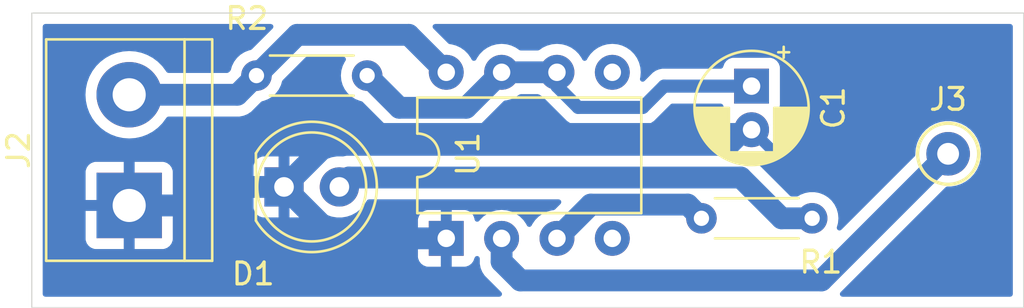
<source format=kicad_pcb>
(kicad_pcb (version 20240108) (generator "pcbnew") (generator_version "8.0")
  (layers (0 "F.Cu" signal) (31 "B.Cu" signal) (34 "B.Paste" user) (35 "F.Paste" user) (36 "B.SilkS" user "B.Silkscreen") (37 "F.SilkS" user "F.Silkscreen") (38 "B.Mask" user) (39 "F.Mask" user) (44 "Edge.Cuts" user))
  (net 0 "")
  (net 1 "Net-(U1-DIS)")
  (net 2 "GND")
  (net 3 "Net-(D1-A)")
  (net 4 "VCC")
  (net 5 "Net-(J3-Pin_1)")
  (net 6 "Net-(U1-Q)")
  (footprint "TerminalBlock:TerminalBlock_bornier-2_P5.08mm" (layer "F.Cu") (at 119.26 98.47 90)
    (property "Reference" "J2" (at 2.54 -5.08 90) (layer "F.SilkS"))
    (property "Value" "Vin")
    (fp_line (start 7.62 -3.81) (end -2.54 -3.81) (stroke (width 0.12)) (layer "F.SilkS"))
    (fp_line (start -2.54 -3.81) (end -2.54 3.81) (stroke (width 0.12)) (layer "F.SilkS"))
    (fp_line (start 7.62 2.54) (end -2.54 2.54) (stroke (width 0.12)) (layer "F.SilkS"))
    (fp_line (start 7.62 3.81) (end 7.62 -3.81) (stroke (width 0.12)) (layer "F.SilkS"))
    (fp_line (start -2.54 3.81) (end 7.62 3.81) (stroke (width 0.12)) (layer "F.SilkS"))
    (pad "1" thru_hole rect (at 0 0 90) (size 3 3) (drill 1.52) (layers "*.Cu" "*.Mask") (net 2 "GND"))
    (pad "2" thru_hole circle (at 5.08 0 90) (size 3 3) (drill 1.52) (layers "*.Cu" "*.Mask") (net 4 "VCC"))
  )
  (footprint "Resistor_THT:R_Axial_DIN0204_L3.6mm_D1.6mm_P5.08mm_Horizontal" (layer "F.Cu") (at 125.1 92.51)
    (property "Reference" "R2" (at -0.44 -2.62 0) (layer "F.SilkS"))
    (property "Value" "10k")
    (fp_line (start 0.62 -0.92) (end 4.46 -0.92) (stroke (width 0.12)) (layer "F.SilkS"))
    (fp_line (start 0.62 0.92) (end 4.46 0.92) (stroke (width 0.12)) (layer "F.SilkS"))
    (pad "1" thru_hole circle (at 0 0) (size 1.4 1.4) (drill 0.7) (layers "*.Cu" "*.Mask") (net 4 "VCC"))
    (pad "2" thru_hole oval (at 5.08 0) (size 1.4 1.4) (drill 0.7) (layers "*.Cu" "*.Mask") (net 1 "Net-(U1-DIS)"))
  )
  (footprint "Capacitor_THT:CP_Radial_D5.0mm_P2.00mm" (layer "F.Cu") (at 147.82 92.9949 -90)
    (property "Reference" "C1" (at 1 -3.75 90) (layer "F.SilkS"))
    (property "Value" "4.7u")
    (fp_line (start 1 1.04) (end 1 2.58) (stroke (width 0.12)) (layer "F.SilkS"))
    (fp_line (start 1.04 1.04) (end 1.04 2.58) (stroke (width 0.12)) (layer "F.SilkS"))
    (fp_line (start 1.08 1.04) (end 1.08 2.579) (stroke (width 0.12)) (layer "F.SilkS"))
    (fp_line (start 1.12 1.04) (end 1.12 2.578) (stroke (width 0.12)) (layer "F.SilkS"))
    (fp_line (start 1.16 1.04) (end 1.16 2.576) (stroke (width 0.12)) (layer "F.SilkS"))
    (fp_line (start 1.2 1.04) (end 1.2 2.573) (stroke (width 0.12)) (layer "F.SilkS"))
    (fp_line (start 1.24 1.04) (end 1.24 2.569) (stroke (width 0.12)) (layer "F.SilkS"))
    (fp_line (start 1.28 1.04) (end 1.28 2.565) (stroke (width 0.12)) (layer "F.SilkS"))
    (fp_line (start 1.32 1.04) (end 1.32 2.561) (stroke (width 0.12)) (layer "F.SilkS"))
    (fp_line (start 1.36 1.04) (end 1.36 2.556) (stroke (width 0.12)) (layer "F.SilkS"))
    (fp_line (start 1.4 1.04) (end 1.4 2.55) (stroke (width 0.12)) (layer "F.SilkS"))
    (fp_line (start 1.44 1.04) (end 1.44 2.543) (stroke (width 0.12)) (layer "F.SilkS"))
    (fp_line (start 1.48 1.04) (end 1.48 2.536) (stroke (width 0.12)) (layer "F.SilkS"))
    (fp_line (start 1.52 1.04) (end 1.52 2.528) (stroke (width 0.12)) (layer "F.SilkS"))
    (fp_line (start 1.56 1.04) (end 1.56 2.52) (stroke (width 0.12)) (layer "F.SilkS"))
    (fp_line (start 1.6 1.04) (end 1.6 2.511) (stroke (width 0.12)) (layer "F.SilkS"))
    (fp_line (start 1.64 1.04) (end 1.64 2.501) (stroke (width 0.12)) (layer "F.SilkS"))
    (fp_line (start 1.68 1.04) (end 1.68 2.491) (stroke (width 0.12)) (layer "F.SilkS"))
    (fp_line (start 1.721 1.04) (end 1.721 2.48) (stroke (width 0.12)) (layer "F.SilkS"))
    (fp_line (start 1.761 1.04) (end 1.761 2.468) (stroke (width 0.12)) (layer "F.SilkS"))
    (fp_line (start 1.801 1.04) (end 1.801 2.455) (stroke (width 0.12)) (layer "F.SilkS"))
    (fp_line (start 1.841 1.04) (end 1.841 2.442) (stroke (width 0.12)) (layer "F.SilkS"))
    (fp_line (start 1.881 1.04) (end 1.881 2.428) (stroke (width 0.12)) (layer "F.SilkS"))
    (fp_line (start 1.921 1.04) (end 1.921 2.414) (stroke (width 0.12)) (layer "F.SilkS"))
    (fp_line (start 1.961 1.04) (end 1.961 2.398) (stroke (width 0.12)) (layer "F.SilkS"))
    (fp_line (start 2.001 1.04) (end 2.001 2.382) (stroke (width 0.12)) (layer "F.SilkS"))
    (fp_line (start 2.041 1.04) (end 2.041 2.365) (stroke (width 0.12)) (layer "F.SilkS"))
    (fp_line (start 2.081 1.04) (end 2.081 2.348) (stroke (width 0.12)) (layer "F.SilkS"))
    (fp_line (start 2.121 1.04) (end 2.121 2.329) (stroke (width 0.12)) (layer "F.SilkS"))
    (fp_line (start 2.161 1.04) (end 2.161 2.31) (stroke (width 0.12)) (layer "F.SilkS"))
    (fp_line (start 2.201 1.04) (end 2.201 2.29) (stroke (width 0.12)) (layer "F.SilkS"))
    (fp_line (start 2.241 1.04) (end 2.241 2.268) (stroke (width 0.12)) (layer "F.SilkS"))
    (fp_line (start 2.281 1.04) (end 2.281 2.247) (stroke (width 0.12)) (layer "F.SilkS"))
    (fp_line (start 2.321 1.04) (end 2.321 2.224) (stroke (width 0.12)) (layer "F.SilkS"))
    (fp_line (start 2.361 1.04) (end 2.361 2.2) (stroke (width 0.12)) (layer "F.SilkS"))
    (fp_line (start 2.401 1.04) (end 2.401 2.175) (stroke (width 0.12)) (layer "F.SilkS"))
    (fp_line (start 2.441 1.04) (end 2.441 2.149) (stroke (width 0.12)) (layer "F.SilkS"))
    (fp_line (start 2.481 1.04) (end 2.481 2.122) (stroke (width 0.12)) (layer "F.SilkS"))
    (fp_line (start 2.521 1.04) (end 2.521 2.095) (stroke (width 0.12)) (layer "F.SilkS"))
    (fp_line (start 2.561 1.04) (end 2.561 2.065) (stroke (width 0.12)) (layer "F.SilkS"))
    (fp_line (start 2.601 1.04) (end 2.601 2.035) (stroke (width 0.12)) (layer "F.SilkS"))
    (fp_line (start 2.641 1.04) (end 2.641 2.004) (stroke (width 0.12)) (layer "F.SilkS"))
    (fp_line (start 2.681 1.04) (end 2.681 1.971) (stroke (width 0.12)) (layer "F.SilkS"))
    (fp_line (start 2.721 1.04) (end 2.721 1.937) (stroke (width 0.12)) (layer "F.SilkS"))
    (fp_line (start 2.761 1.04) (end 2.761 1.901) (stroke (width 0.12)) (layer "F.SilkS"))
    (fp_line (start 2.801 1.04) (end 2.801 1.864) (stroke (width 0.12)) (layer "F.SilkS"))
    (fp_line (start 2.841 1.04) (end 2.841 1.826) (stroke (width 0.12)) (layer "F.SilkS"))
    (fp_line (start 2.881 1.04) (end 2.881 1.785) (stroke (width 0.12)) (layer "F.SilkS"))
    (fp_line (start 2.921 1.04) (end 2.921 1.743) (stroke (width 0.12)) (layer "F.SilkS"))
    (fp_line (start 2.961 1.04) (end 2.961 1.699) (stroke (width 0.12)) (layer "F.SilkS"))
    (fp_line (start 3.001 1.04) (end 3.001 1.653) (stroke (width 0.12)) (layer "F.SilkS"))
    (fp_line (start 3.601 -0.284) (end 3.601 0.284) (stroke (width 0.12)) (layer "F.SilkS"))
    (fp_line (start 3.561 -0.518) (end 3.561 0.518) (stroke (width 0.12)) (layer "F.SilkS"))
    (fp_line (start 3.521 -0.677) (end 3.521 0.677) (stroke (width 0.12)) (layer "F.SilkS"))
    (fp_line (start 3.481 -0.805) (end 3.481 0.805) (stroke (width 0.12)) (layer "F.SilkS"))
    (fp_line (start 3.441 -0.915) (end 3.441 0.915) (stroke (width 0.12)) (layer "F.SilkS"))
    (fp_line (start 3.401 -1.011) (end 3.401 1.011) (stroke (width 0.12)) (layer "F.SilkS"))
    (fp_line (start 3.361 -1.098) (end 3.361 1.098) (stroke (width 0.12)) (layer "F.SilkS"))
    (fp_line (start 3.321 -1.178) (end 3.321 1.178) (stroke (width 0.12)) (layer "F.SilkS"))
    (fp_line (start 3.281 -1.251) (end 3.281 1.251) (stroke (width 0.12)) (layer "F.SilkS"))
    (fp_line (start 3.241 -1.319) (end 3.241 1.319) (stroke (width 0.12)) (layer "F.SilkS"))
    (fp_line (start 3.201 -1.383) (end 3.201 1.383) (stroke (width 0.12)) (layer "F.SilkS"))
    (fp_line (start 3.161 -1.443) (end 3.161 1.443) (stroke (width 0.12)) (layer "F.SilkS"))
    (fp_line (start -1.804775 -1.475) (end -1.304775 -1.475) (stroke (width 0.12)) (layer "F.SilkS"))
    (fp_line (start 3.121 -1.5) (end 3.121 1.5) (stroke (width 0.12)) (layer "F.SilkS"))
    (fp_line (start 3.081 -1.554) (end 3.081 1.554) (stroke (width 0.12)) (layer "F.SilkS"))
    (fp_line (start 3.041 -1.605) (end 3.041 1.605) (stroke (width 0.12)) (layer "F.SilkS"))
    (fp_line (start 3.001 -1.653) (end 3.001 -1.04) (stroke (width 0.12)) (layer "F.SilkS"))
    (fp_line (start 2.961 -1.699) (end 2.961 -1.04) (stroke (width 0.12)) (layer "F.SilkS"))
    (fp_line (start -1.554775 -1.725) (end -1.554775 -1.225) (stroke (width 0.12)) (layer "F.SilkS"))
    (fp_line (start 2.921 -1.743) (end 2.921 -1.04) (stroke (width 0.12)) (layer "F.SilkS"))
    (fp_line (start 2.881 -1.785) (end 2.881 -1.04) (stroke (width 0.12)) (layer "F.SilkS"))
    (fp_line (start 2.841 -1.826) (end 2.841 -1.04) (stroke (width 0.12)) (layer "F.SilkS"))
    (fp_line (start 2.801 -1.864) (end 2.801 -1.04) (stroke (width 0.12)) (layer "F.SilkS"))
    (fp_line (start 2.761 -1.901) (end 2.761 -1.04) (stroke (width 0.12)) (layer "F.SilkS"))
    (fp_line (start 2.721 -1.937) (end 2.721 -1.04) (stroke (width 0.12)) (layer "F.SilkS"))
    (fp_line (start 2.681 -1.971) (end 2.681 -1.04) (stroke (width 0.12)) (layer "F.SilkS"))
    (fp_line (start 2.641 -2.004) (end 2.641 -1.04) (stroke (width 0.12)) (layer "F.SilkS"))
    (fp_line (start 2.601 -2.035) (end 2.601 -1.04) (stroke (width 0.12)) (layer "F.SilkS"))
    (fp_line (start 2.561 -2.065) (end 2.561 -1.04) (stroke (width 0.12)) (layer "F.SilkS"))
    (fp_line (start 2.521 -2.095) (end 2.521 -1.04) (stroke (width 0.12)) (layer "F.SilkS"))
    (fp_line (start 2.481 -2.122) (end 2.481 -1.04) (stroke (width 0.12)) (layer "F.SilkS"))
    (fp_line (start 2.441 -2.149) (end 2.441 -1.04) (stroke (width 0.12)) (layer "F.SilkS"))
    (fp_line (start 2.401 -2.175) (end 2.401 -1.04) (stroke (width 0.12)) (layer "F.SilkS"))
    (fp_line (start 2.361 -2.2) (end 2.361 -1.04) (stroke (width 0.12)) (layer "F.SilkS"))
    (fp_line (start 2.321 -2.224) (end 2.321 -1.04) (stroke (width 0.12)) (layer "F.SilkS"))
    (fp_line (start 2.281 -2.247) (end 2.281 -1.04) (stroke (width 0.12)) (layer "F.SilkS"))
    (fp_line (start 2.241 -2.268) (end 2.241 -1.04) (stroke (width 0.12)) (layer "F.SilkS"))
    (fp_line (start 2.201 -2.29) (end 2.201 -1.04) (stroke (width 0.12)) (layer "F.SilkS"))
    (fp_line (start 2.161 -2.31) (end 2.161 -1.04) (stroke (width 0.12)) (layer "F.SilkS"))
    (fp_line (start 2.121 -2.329) (end 2.121 -1.04) (stroke (width 0.12)) (layer "F.SilkS"))
    (fp_line (start 2.081 -2.348) (end 2.081 -1.04) (stroke (width 0.12)) (layer "F.SilkS"))
    (fp_line (start 2.041 -2.365) (end 2.041 -1.04) (stroke (width 0.12)) (layer "F.SilkS"))
    (fp_line (start 2.001 -2.382) (end 2.001 -1.04) (stroke (width 0.12)) (layer "F.SilkS"))
    (fp_line (start 1.961 -2.398) (end 1.961 -1.04) (stroke (width 0.12)) (layer "F.SilkS"))
    (fp_line (start 1.921 -2.414) (end 1.921 -1.04) (stroke (width 0.12)) (layer "F.SilkS"))
    (fp_line (start 1.881 -2.428) (end 1.881 -1.04) (stroke (width 0.12)) (layer "F.SilkS"))
    (fp_line (start 1.841 -2.442) (end 1.841 -1.04) (stroke (width 0.12)) (layer "F.SilkS"))
    (fp_line (start 1.801 -2.455) (end 1.801 -1.04) (stroke (width 0.12)) (layer "F.SilkS"))
    (fp_line (start 1.761 -2.468) (end 1.761 -1.04) (stroke (width 0.12)) (layer "F.SilkS"))
    (fp_line (start 1.721 -2.48) (end 1.721 -1.04) (stroke (width 0.12)) (layer "F.SilkS"))
    (fp_line (start 1.68 -2.491) (end 1.68 -1.04) (stroke (width 0.12)) (layer "F.SilkS"))
    (fp_line (start 1.64 -2.501) (end 1.64 -1.04) (stroke (width 0.12)) (layer "F.SilkS"))
    (fp_line (start 1.6 -2.511) (end 1.6 -1.04) (stroke (width 0.12)) (layer "F.SilkS"))
    (fp_line (start 1.56 -2.52) (end 1.56 -1.04) (stroke (width 0.12)) (layer "F.SilkS"))
    (fp_line (start 1.52 -2.528) (end 1.52 -1.04) (stroke (width 0.12)) (layer "F.SilkS"))
    (fp_line (start 1.48 -2.536) (end 1.48 -1.04) (stroke (width 0.12)) (layer "F.SilkS"))
    (fp_line (start 1.44 -2.543) (end 1.44 -1.04) (stroke (width 0.12)) (layer "F.SilkS"))
    (fp_line (start 1.4 -2.55) (end 1.4 -1.04) (stroke (width 0.12)) (layer "F.SilkS"))
    (fp_line (start 1.36 -2.556) (end 1.36 -1.04) (stroke (width 0.12)) (layer "F.SilkS"))
    (fp_line (start 1.32 -2.561) (end 1.32 -1.04) (stroke (width 0.12)) (layer "F.SilkS"))
    (fp_line (start 1.28 -2.565) (end 1.28 -1.04) (stroke (width 0.12)) (layer "F.SilkS"))
    (fp_line (start 1.24 -2.569) (end 1.24 -1.04) (stroke (width 0.12)) (layer "F.SilkS"))
    (fp_line (start 1.2 -2.573) (end 1.2 -1.04) (stroke (width 0.12)) (layer "F.SilkS"))
    (fp_line (start 1.16 -2.576) (end 1.16 -1.04) (stroke (width 0.12)) (layer "F.SilkS"))
    (fp_line (start 1.12 -2.578) (end 1.12 -1.04) (stroke (width 0.12)) (layer "F.SilkS"))
    (fp_line (start 1.08 -2.579) (end 1.08 -1.04) (stroke (width 0.12)) (layer "F.SilkS"))
    (fp_line (start 1 -2.58) (end 1 -1.04) (stroke (width 0.12)) (layer "F.SilkS"))
    (fp_line (start 1.04 -2.58) (end 1.04 -1.04) (stroke (width 0.12)) (layer "F.SilkS"))
    (fp_circle (center 1 0) (end 3.62 0) (stroke (width 0.12)) (fill none) (layer "F.SilkS"))
    (pad "1" thru_hole rect (at 0 0 270) (size 1.6 1.6) (drill 0.8) (layers "*.Cu" "*.Mask") (net 1 "Net-(U1-DIS)"))
    (pad "2" thru_hole circle (at 2 0 270) (size 1.6 1.6) (drill 0.8) (layers "*.Cu" "*.Mask") (net 2 "GND"))
  )
  (footprint "Package_DIP:DIP-8_W7.62mm" (layer "F.Cu") (at 133.81 99.98 90)
    (property "Reference" "U1" (at 3.87 1 90) (layer "F.SilkS"))
    (property "Value" "NE555P")
    (fp_line (start 6.46 -1.33) (end 4.81 -1.33) (stroke (width 0.12)) (layer "F.SilkS"))
    (fp_line (start 2.81 -1.33) (end 1.16 -1.33) (stroke (width 0.12)) (layer "F.SilkS"))
    (fp_line (start 1.16 -1.33) (end 1.16 8.95) (stroke (width 0.12)) (layer "F.SilkS"))
    (fp_line (start 6.46 8.95) (end 6.46 -1.33) (stroke (width 0.12)) (layer "F.SilkS"))
    (fp_line (start 1.16 8.95) (end 6.46 8.95) (stroke (width 0.12)) (layer "F.SilkS"))
    (fp_arc (start 4.81 -1.33) (mid 3.81 -0.33) (end 2.81 -1.33) (stroke (width 0.12)) (layer "F.SilkS"))
    (pad "1" thru_hole rect (at 0 0 90) (size 1.6 1.6) (drill 0.8) (layers "*.Cu" "*.Mask") (net 2 "GND"))
    (pad "2" thru_hole oval (at 0 2.54 90) (size 1.6 1.6) (drill 0.8) (layers "*.Cu" "*.Mask") (net 5 "Net-(J3-Pin_1)"))
    (pad "3" thru_hole oval (at 0 5.08 90) (size 1.6 1.6) (drill 0.8) (layers "*.Cu" "*.Mask") (net 6 "Net-(U1-Q)"))
    (pad "4" thru_hole oval (at 0 7.62 90) (size 1.6 1.6) (drill 0.8) (layers "*.Cu" "*.Mask"))
    (pad "5" thru_hole oval (at 7.62 7.62 90) (size 1.6 1.6) (drill 0.8) (layers "*.Cu" "*.Mask"))
    (pad "6" thru_hole oval (at 7.62 5.08 90) (size 1.6 1.6) (drill 0.8) (layers "*.Cu" "*.Mask") (net 1 "Net-(U1-DIS)"))
    (pad "7" thru_hole oval (at 7.62 2.54 90) (size 1.6 1.6) (drill 0.8) (layers "*.Cu" "*.Mask") (net 1 "Net-(U1-DIS)"))
    (pad "8" thru_hole oval (at 7.62 0 90) (size 1.6 1.6) (drill 0.8) (layers "*.Cu" "*.Mask") (net 4 "VCC"))
  )
  (footprint "Resistor_THT:R_Axial_DIN0204_L3.6mm_D1.6mm_P5.08mm_Horizontal" (layer "F.Cu") (at 145.52 99.06)
    (property "Reference" "R1" (at 5.48 2.01 0) (layer "F.SilkS"))
    (property "Value" "220")
    (fp_line (start 0.62 -0.92) (end 4.46 -0.92) (stroke (width 0.12)) (layer "F.SilkS"))
    (fp_line (start 0.62 0.92) (end 4.46 0.92) (stroke (width 0.12)) (layer "F.SilkS"))
    (pad "1" thru_hole circle (at 0 0) (size 1.4 1.4) (drill 0.7) (layers "*.Cu" "*.Mask") (net 6 "Net-(U1-Q)"))
    (pad "2" thru_hole oval (at 5.08 0) (size 1.4 1.4) (drill 0.7) (layers "*.Cu" "*.Mask") (net 3 "Net-(D1-A)"))
  )
  (footprint "TestPoint:TestPoint_Keystone_5000-5004_Miniature" (layer "F.Cu") (at 156.84 96.1)
    (property "Reference" "J3" (at 0 -2.5 0) (layer "F.SilkS"))
    (property "Value" "Antenna")
    (fp_circle (center 0 0) (end 1.4 0) (stroke (width 0.15)) (fill none) (layer "F.SilkS"))
    (pad "1" thru_hole circle (at 0 0) (size 2 2) (drill 1) (layers "*.Cu" "*.Mask") (net 5 "Net-(J3-Pin_1)"))
  )
  (footprint "LED_THT:LED_D5.0mm" (layer "F.Cu") (at 126.365 97.62)
    (property "Reference" "D1" (at -1.415 3.99 0) (layer "F.SilkS"))
    (property "Value" "LED")
    (fp_line (start -1.29 -1.545) (end -1.29 1.545) (stroke (width 0.12)) (layer "F.SilkS"))
    (fp_arc (start -1.29 -1.54483) (mid 2.071756 -2.880501) (end 4.26 -0.000048) (stroke (width 0.12)) (layer "F.SilkS"))
    (fp_arc (start 4.26 0.000048) (mid 2.071756 2.880501) (end -1.29 1.54483) (stroke (width 0.12)) (layer "F.SilkS"))
    (fp_circle (center 1.27 0) (end 3.77 0) (stroke (width 0.12)) (fill none) (layer "F.SilkS"))
    (pad "1" thru_hole rect (at 0 0) (size 1.8 1.8) (drill 0.9) (layers "*.Cu" "*.Mask") (net 2 "GND"))
    (pad "2" thru_hole circle (at 2.54 0) (size 1.8 1.8) (drill 0.9) (layers "*.Cu" "*.Mask") (net 3 "Net-(D1-A)"))
  )
  (gr_rect (start 114.79 89.64) (end 160.31 103.16) (stroke (width 0.05)) (fill none) (layer "Edge.Cuts"))
  (segment (start 147.82 92.9949) (end 143.8051 92.9949) (width 0.6) (layer "B.Cu") (net 1))
  (segment (start 134.7222 93.9878) (end 131.6578 93.9878) (width 1) (layer "B.Cu") (net 1))
  (segment (start 131.6578 93.9878) (end 130.18 92.51) (width 1) (layer "B.Cu") (net 1))
  (segment (start 142.83 93.97) (end 139.86 93.97) (width 0.6) (layer "B.Cu") (net 1))
  (segment (start 138.89 93) (end 138.89 92.36) (width 0.6) (layer "B.Cu") (net 1))
  (segment (start 136.35 92.36) (end 138.89 92.36) (width 1) (layer "B.Cu") (net 1))
  (segment (start 139.86 93.97) (end 138.89 93) (width 0.6) (layer "B.Cu") (net 1))
  (segment (start 136.35 92.36) (end 134.7222 93.9878) (width 1) (layer "B.Cu") (net 1))
  (segment (start 143.8051 92.9949) (end 142.83 93.97) (width 0.6) (layer "B.Cu") (net 1))
  (segment (start 119.26 98.47) (end 121.4617 98.47) (width 1) (layer "B.Cu") (net 2))
  (segment (start 126.365 97.62) (end 124.7633 97.62) (width 1) (layer "B.Cu") (net 2))
  (segment (start 128.7972 95.1878) (end 126.365 97.62) (width 1) (layer "B.Cu") (net 2))
  (segment (start 121.4617 98.47) (end 123.9133 98.47) (width 1) (layer "B.Cu") (net 2))
  (segment (start 147.6271 95.1878) (end 128.7972 95.1878) (width 1) (layer "B.Cu") (net 2))
  (segment (start 123.9133 98.47) (end 124.7633 97.62) (width 1) (layer "B.Cu") (net 2))
  (segment (start 128.725 99.98) (end 133.81 99.98) (width 1) (layer "B.Cu") (net 2))
  (segment (start 147.82 94.9949) (end 147.6271 95.1878) (width 1) (layer "B.Cu") (net 2))
  (segment (start 126.365 97.62) (end 128.725 99.98) (width 1) (layer "B.Cu") (net 2))
  (segment (start 147.3271 97.1888) (end 149.1983 99.06) (width 1) (layer "B.Cu") (net 3))
  (segment (start 129.3362 97.1888) (end 147.3271 97.1888) (width 1) (layer "B.Cu") (net 3))
  (segment (start 128.905 97.62) (end 129.3362 97.1888) (width 1) (layer "B.Cu") (net 3))
  (segment (start 150.6 99.06) (end 149.1983 99.06) (width 1) (layer "B.Cu") (net 3))
  (segment (start 126.97 90.64) (end 132.09 90.64) (width 1) (layer "B.Cu") (net 4))
  (segment (start 125.1 92.51) (end 126.97 90.64) (width 1) (layer "B.Cu") (net 4))
  (segment (start 132.09 90.64) (end 133.81 92.36) (width 1) (layer "B.Cu") (net 4))
  (segment (start 119.26 93.39) (end 124.22 93.39) (width 1) (layer "B.Cu") (net 4))
  (segment (start 124.22 93.39) (end 125.1 92.51) (width 1) (layer "B.Cu") (net 4))
  (segment (start 151.03 101.91) (end 156.84 96.1) (width 1) (layer "B.Cu") (net 5))
  (segment (start 136.35 99.98) (end 136.35 101.05) (width 1) (layer "B.Cu") (net 5))
  (segment (start 137.21 101.91) (end 151.03 101.91) (width 1) (layer "B.Cu") (net 5))
  (segment (start 136.35 101.05) (end 137.21 101.91) (width 1) (layer "B.Cu") (net 5))
  (segment (start 144.891 98.431) (end 145.52 99.06) (width 1) (layer "B.Cu") (net 6))
  (segment (start 140.439 98.431) (end 144.891 98.431) (width 1) (layer "B.Cu") (net 6))
  (segment (start 138.89 99.98) (end 140.439 98.431) (width 1) (layer "B.Cu") (net 6))
  (zone (net 2) (net_name "GND") (layer "B.Cu") (connect_pads (clearance 0.5)) (min_thickness 0.25) (fill yes (thermal_gap 0.5) (thermal_bridge_width 0.5))
    (polygon (pts (xy 114.82 89.65) (xy 114.8 103.17) (xy 160.29 103.14) (xy 160.29 89.66)))
  )
)
</source>
